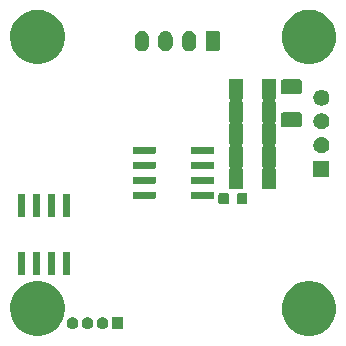
<source format=gbr>
%TF.GenerationSoftware,KiCad,Pcbnew,(5.1.6)-1*%
%TF.CreationDate,2023-12-18T11:35:21+08:00*%
%TF.ProjectId,stepper_motor,73746570-7065-4725-9f6d-6f746f722e6b,1*%
%TF.SameCoordinates,PX6979f40PYa1135a0*%
%TF.FileFunction,Soldermask,Bot*%
%TF.FilePolarity,Negative*%
%FSLAX46Y46*%
G04 Gerber Fmt 4.6, Leading zero omitted, Abs format (unit mm)*
G04 Created by KiCad (PCBNEW (5.1.6)-1) date 2023-12-18 11:35:21*
%MOMM*%
%LPD*%
G01*
G04 APERTURE LIST*
%ADD10C,0.350000*%
G04 APERTURE END LIST*
D10*
G36*
X3022767Y4741075D02*
G01*
X3170885Y4711613D01*
X3589459Y4538234D01*
X3966165Y4286527D01*
X4286527Y3966165D01*
X4538234Y3589459D01*
X4538235Y3589457D01*
X4711613Y3170884D01*
X4800000Y2726532D01*
X4800000Y2273468D01*
X4768553Y2115372D01*
X4711613Y1829115D01*
X4538234Y1410541D01*
X4286527Y1033835D01*
X3966165Y713473D01*
X3589459Y461766D01*
X3170885Y288387D01*
X3081086Y270525D01*
X2726532Y200000D01*
X2273468Y200000D01*
X1918914Y270525D01*
X1829115Y288387D01*
X1410541Y461766D01*
X1033835Y713473D01*
X713473Y1033835D01*
X461766Y1410541D01*
X288387Y1829115D01*
X231447Y2115372D01*
X200000Y2273468D01*
X200000Y2726532D01*
X288387Y3170884D01*
X461765Y3589457D01*
X461766Y3589459D01*
X713473Y3966165D01*
X1033835Y4286527D01*
X1410541Y4538234D01*
X1829115Y4711613D01*
X1977233Y4741075D01*
X2273468Y4800000D01*
X2726532Y4800000D01*
X3022767Y4741075D01*
G37*
G36*
X26022767Y4741075D02*
G01*
X26170885Y4711613D01*
X26589459Y4538234D01*
X26966165Y4286527D01*
X27286527Y3966165D01*
X27538234Y3589459D01*
X27538235Y3589457D01*
X27711613Y3170884D01*
X27800000Y2726532D01*
X27800000Y2273468D01*
X27768553Y2115372D01*
X27711613Y1829115D01*
X27538234Y1410541D01*
X27286527Y1033835D01*
X26966165Y713473D01*
X26589459Y461766D01*
X26170885Y288387D01*
X26081086Y270525D01*
X25726532Y200000D01*
X25273468Y200000D01*
X24918914Y270525D01*
X24829115Y288387D01*
X24410541Y461766D01*
X24033835Y713473D01*
X23713473Y1033835D01*
X23461766Y1410541D01*
X23288387Y1829115D01*
X23231447Y2115372D01*
X23200000Y2273468D01*
X23200000Y2726532D01*
X23288387Y3170884D01*
X23461765Y3589457D01*
X23461766Y3589459D01*
X23713473Y3966165D01*
X24033835Y4286527D01*
X24410541Y4538234D01*
X24829115Y4711613D01*
X24977233Y4741075D01*
X25273468Y4800000D01*
X25726532Y4800000D01*
X26022767Y4741075D01*
G37*
G36*
X5606843Y1750786D02*
G01*
X5606846Y1750785D01*
X5606845Y1750785D01*
X5697839Y1713094D01*
X5739063Y1685549D01*
X5779730Y1658376D01*
X5849376Y1588730D01*
X5904095Y1506837D01*
X5941786Y1415843D01*
X5961000Y1319247D01*
X5961000Y1220753D01*
X5941786Y1124157D01*
X5941785Y1124155D01*
X5904094Y1033161D01*
X5849375Y951269D01*
X5779731Y881625D01*
X5697839Y826906D01*
X5697838Y826905D01*
X5697837Y826905D01*
X5606843Y789214D01*
X5510247Y770000D01*
X5411753Y770000D01*
X5315157Y789214D01*
X5224163Y826905D01*
X5224162Y826905D01*
X5224161Y826906D01*
X5142269Y881625D01*
X5072625Y951269D01*
X5017906Y1033161D01*
X4980215Y1124155D01*
X4980214Y1124157D01*
X4961000Y1220753D01*
X4961000Y1319247D01*
X4980214Y1415843D01*
X5017905Y1506837D01*
X5072624Y1588730D01*
X5142270Y1658376D01*
X5182937Y1685549D01*
X5224161Y1713094D01*
X5315155Y1750785D01*
X5315154Y1750785D01*
X5315157Y1750786D01*
X5411753Y1770000D01*
X5510247Y1770000D01*
X5606843Y1750786D01*
G37*
G36*
X8146843Y1750786D02*
G01*
X8146846Y1750785D01*
X8146845Y1750785D01*
X8237839Y1713094D01*
X8279063Y1685549D01*
X8319730Y1658376D01*
X8389376Y1588730D01*
X8444095Y1506837D01*
X8481786Y1415843D01*
X8501000Y1319247D01*
X8501000Y1220753D01*
X8481786Y1124157D01*
X8481785Y1124155D01*
X8444094Y1033161D01*
X8389375Y951269D01*
X8319731Y881625D01*
X8237839Y826906D01*
X8237838Y826905D01*
X8237837Y826905D01*
X8146843Y789214D01*
X8050247Y770000D01*
X7951753Y770000D01*
X7855157Y789214D01*
X7764163Y826905D01*
X7764162Y826905D01*
X7764161Y826906D01*
X7682269Y881625D01*
X7612625Y951269D01*
X7557906Y1033161D01*
X7520215Y1124155D01*
X7520214Y1124157D01*
X7501000Y1220753D01*
X7501000Y1319247D01*
X7520214Y1415843D01*
X7557905Y1506837D01*
X7612624Y1588730D01*
X7682270Y1658376D01*
X7722937Y1685549D01*
X7764161Y1713094D01*
X7855155Y1750785D01*
X7855154Y1750785D01*
X7855157Y1750786D01*
X7951753Y1770000D01*
X8050247Y1770000D01*
X8146843Y1750786D01*
G37*
G36*
X9771000Y770000D02*
G01*
X8771000Y770000D01*
X8771000Y1770000D01*
X9771000Y1770000D01*
X9771000Y770000D01*
G37*
G36*
X6876843Y1750786D02*
G01*
X6876846Y1750785D01*
X6876845Y1750785D01*
X6967839Y1713094D01*
X7009063Y1685549D01*
X7049730Y1658376D01*
X7119376Y1588730D01*
X7174095Y1506837D01*
X7211786Y1415843D01*
X7231000Y1319247D01*
X7231000Y1220753D01*
X7211786Y1124157D01*
X7211785Y1124155D01*
X7174094Y1033161D01*
X7119375Y951269D01*
X7049731Y881625D01*
X6967839Y826906D01*
X6967838Y826905D01*
X6967837Y826905D01*
X6876843Y789214D01*
X6780247Y770000D01*
X6681753Y770000D01*
X6585157Y789214D01*
X6494163Y826905D01*
X6494162Y826905D01*
X6494161Y826906D01*
X6412269Y881625D01*
X6342625Y951269D01*
X6287906Y1033161D01*
X6250215Y1124155D01*
X6250214Y1124157D01*
X6231000Y1220753D01*
X6231000Y1319247D01*
X6250214Y1415843D01*
X6287905Y1506837D01*
X6342624Y1588730D01*
X6412270Y1658376D01*
X6452937Y1685549D01*
X6494161Y1713094D01*
X6585155Y1750785D01*
X6585154Y1750785D01*
X6585157Y1750786D01*
X6681753Y1770000D01*
X6780247Y1770000D01*
X6876843Y1750786D01*
G37*
G36*
X5182453Y7260726D02*
G01*
X5198753Y7255781D01*
X5213775Y7247751D01*
X5226944Y7236944D01*
X5237751Y7223775D01*
X5245781Y7208753D01*
X5250726Y7192453D01*
X5253000Y7169360D01*
X5253000Y5406640D01*
X5250726Y5383547D01*
X5245781Y5367247D01*
X5237751Y5352225D01*
X5226944Y5339056D01*
X5213775Y5328249D01*
X5198753Y5320219D01*
X5182453Y5315274D01*
X5159360Y5313000D01*
X4746640Y5313000D01*
X4723547Y5315274D01*
X4707247Y5320219D01*
X4692225Y5328249D01*
X4679056Y5339056D01*
X4668249Y5352225D01*
X4660219Y5367247D01*
X4655274Y5383547D01*
X4653000Y5406640D01*
X4653000Y7169360D01*
X4655274Y7192453D01*
X4660219Y7208753D01*
X4668249Y7223775D01*
X4679056Y7236944D01*
X4692225Y7247751D01*
X4707247Y7255781D01*
X4723547Y7260726D01*
X4746640Y7263000D01*
X5159360Y7263000D01*
X5182453Y7260726D01*
G37*
G36*
X3912453Y7260726D02*
G01*
X3928753Y7255781D01*
X3943775Y7247751D01*
X3956944Y7236944D01*
X3967751Y7223775D01*
X3975781Y7208753D01*
X3980726Y7192453D01*
X3983000Y7169360D01*
X3983000Y5406640D01*
X3980726Y5383547D01*
X3975781Y5367247D01*
X3967751Y5352225D01*
X3956944Y5339056D01*
X3943775Y5328249D01*
X3928753Y5320219D01*
X3912453Y5315274D01*
X3889360Y5313000D01*
X3476640Y5313000D01*
X3453547Y5315274D01*
X3437247Y5320219D01*
X3422225Y5328249D01*
X3409056Y5339056D01*
X3398249Y5352225D01*
X3390219Y5367247D01*
X3385274Y5383547D01*
X3383000Y5406640D01*
X3383000Y7169360D01*
X3385274Y7192453D01*
X3390219Y7208753D01*
X3398249Y7223775D01*
X3409056Y7236944D01*
X3422225Y7247751D01*
X3437247Y7255781D01*
X3453547Y7260726D01*
X3476640Y7263000D01*
X3889360Y7263000D01*
X3912453Y7260726D01*
G37*
G36*
X1372453Y7260726D02*
G01*
X1388753Y7255781D01*
X1403775Y7247751D01*
X1416944Y7236944D01*
X1427751Y7223775D01*
X1435781Y7208753D01*
X1440726Y7192453D01*
X1443000Y7169360D01*
X1443000Y5406640D01*
X1440726Y5383547D01*
X1435781Y5367247D01*
X1427751Y5352225D01*
X1416944Y5339056D01*
X1403775Y5328249D01*
X1388753Y5320219D01*
X1372453Y5315274D01*
X1349360Y5313000D01*
X936640Y5313000D01*
X913547Y5315274D01*
X897247Y5320219D01*
X882225Y5328249D01*
X869056Y5339056D01*
X858249Y5352225D01*
X850219Y5367247D01*
X845274Y5383547D01*
X843000Y5406640D01*
X843000Y7169360D01*
X845274Y7192453D01*
X850219Y7208753D01*
X858249Y7223775D01*
X869056Y7236944D01*
X882225Y7247751D01*
X897247Y7255781D01*
X913547Y7260726D01*
X936640Y7263000D01*
X1349360Y7263000D01*
X1372453Y7260726D01*
G37*
G36*
X2642453Y7260726D02*
G01*
X2658753Y7255781D01*
X2673775Y7247751D01*
X2686944Y7236944D01*
X2697751Y7223775D01*
X2705781Y7208753D01*
X2710726Y7192453D01*
X2713000Y7169360D01*
X2713000Y5406640D01*
X2710726Y5383547D01*
X2705781Y5367247D01*
X2697751Y5352225D01*
X2686944Y5339056D01*
X2673775Y5328249D01*
X2658753Y5320219D01*
X2642453Y5315274D01*
X2619360Y5313000D01*
X2206640Y5313000D01*
X2183547Y5315274D01*
X2167247Y5320219D01*
X2152225Y5328249D01*
X2139056Y5339056D01*
X2128249Y5352225D01*
X2120219Y5367247D01*
X2115274Y5383547D01*
X2113000Y5406640D01*
X2113000Y7169360D01*
X2115274Y7192453D01*
X2120219Y7208753D01*
X2128249Y7223775D01*
X2139056Y7236944D01*
X2152225Y7247751D01*
X2167247Y7255781D01*
X2183547Y7260726D01*
X2206640Y7263000D01*
X2619360Y7263000D01*
X2642453Y7260726D01*
G37*
G36*
X2642453Y12210726D02*
G01*
X2658753Y12205781D01*
X2673775Y12197751D01*
X2686944Y12186944D01*
X2697751Y12173775D01*
X2705781Y12158753D01*
X2710726Y12142453D01*
X2713000Y12119360D01*
X2713000Y10356640D01*
X2710726Y10333547D01*
X2705781Y10317247D01*
X2697751Y10302225D01*
X2686944Y10289056D01*
X2673775Y10278249D01*
X2658753Y10270219D01*
X2642453Y10265274D01*
X2619360Y10263000D01*
X2206640Y10263000D01*
X2183547Y10265274D01*
X2167247Y10270219D01*
X2152225Y10278249D01*
X2139056Y10289056D01*
X2128249Y10302225D01*
X2120219Y10317247D01*
X2115274Y10333547D01*
X2113000Y10356640D01*
X2113000Y12119360D01*
X2115274Y12142453D01*
X2120219Y12158753D01*
X2128249Y12173775D01*
X2139056Y12186944D01*
X2152225Y12197751D01*
X2167247Y12205781D01*
X2183547Y12210726D01*
X2206640Y12213000D01*
X2619360Y12213000D01*
X2642453Y12210726D01*
G37*
G36*
X3912453Y12210726D02*
G01*
X3928753Y12205781D01*
X3943775Y12197751D01*
X3956944Y12186944D01*
X3967751Y12173775D01*
X3975781Y12158753D01*
X3980726Y12142453D01*
X3983000Y12119360D01*
X3983000Y10356640D01*
X3980726Y10333547D01*
X3975781Y10317247D01*
X3967751Y10302225D01*
X3956944Y10289056D01*
X3943775Y10278249D01*
X3928753Y10270219D01*
X3912453Y10265274D01*
X3889360Y10263000D01*
X3476640Y10263000D01*
X3453547Y10265274D01*
X3437247Y10270219D01*
X3422225Y10278249D01*
X3409056Y10289056D01*
X3398249Y10302225D01*
X3390219Y10317247D01*
X3385274Y10333547D01*
X3383000Y10356640D01*
X3383000Y12119360D01*
X3385274Y12142453D01*
X3390219Y12158753D01*
X3398249Y12173775D01*
X3409056Y12186944D01*
X3422225Y12197751D01*
X3437247Y12205781D01*
X3453547Y12210726D01*
X3476640Y12213000D01*
X3889360Y12213000D01*
X3912453Y12210726D01*
G37*
G36*
X5182453Y12210726D02*
G01*
X5198753Y12205781D01*
X5213775Y12197751D01*
X5226944Y12186944D01*
X5237751Y12173775D01*
X5245781Y12158753D01*
X5250726Y12142453D01*
X5253000Y12119360D01*
X5253000Y10356640D01*
X5250726Y10333547D01*
X5245781Y10317247D01*
X5237751Y10302225D01*
X5226944Y10289056D01*
X5213775Y10278249D01*
X5198753Y10270219D01*
X5182453Y10265274D01*
X5159360Y10263000D01*
X4746640Y10263000D01*
X4723547Y10265274D01*
X4707247Y10270219D01*
X4692225Y10278249D01*
X4679056Y10289056D01*
X4668249Y10302225D01*
X4660219Y10317247D01*
X4655274Y10333547D01*
X4653000Y10356640D01*
X4653000Y12119360D01*
X4655274Y12142453D01*
X4660219Y12158753D01*
X4668249Y12173775D01*
X4679056Y12186944D01*
X4692225Y12197751D01*
X4707247Y12205781D01*
X4723547Y12210726D01*
X4746640Y12213000D01*
X5159360Y12213000D01*
X5182453Y12210726D01*
G37*
G36*
X1372453Y12210726D02*
G01*
X1388753Y12205781D01*
X1403775Y12197751D01*
X1416944Y12186944D01*
X1427751Y12173775D01*
X1435781Y12158753D01*
X1440726Y12142453D01*
X1443000Y12119360D01*
X1443000Y10356640D01*
X1440726Y10333547D01*
X1435781Y10317247D01*
X1427751Y10302225D01*
X1416944Y10289056D01*
X1403775Y10278249D01*
X1388753Y10270219D01*
X1372453Y10265274D01*
X1349360Y10263000D01*
X936640Y10263000D01*
X913547Y10265274D01*
X897247Y10270219D01*
X882225Y10278249D01*
X869056Y10289056D01*
X858249Y10302225D01*
X850219Y10317247D01*
X845274Y10333547D01*
X843000Y10356640D01*
X843000Y12119360D01*
X845274Y12142453D01*
X850219Y12158753D01*
X858249Y12173775D01*
X869056Y12186944D01*
X882225Y12197751D01*
X897247Y12205781D01*
X913547Y12210726D01*
X936640Y12213000D01*
X1349360Y12213000D01*
X1372453Y12210726D01*
G37*
G36*
X18574116Y12282405D02*
G01*
X18603311Y12273548D01*
X18630223Y12259163D01*
X18653808Y12239808D01*
X18673163Y12216223D01*
X18687548Y12189311D01*
X18696405Y12160116D01*
X18700000Y12123610D01*
X18700000Y11498390D01*
X18696405Y11461884D01*
X18687548Y11432689D01*
X18673163Y11405777D01*
X18653808Y11382192D01*
X18630223Y11362837D01*
X18603311Y11348452D01*
X18574116Y11339595D01*
X18537610Y11336000D01*
X17987390Y11336000D01*
X17950884Y11339595D01*
X17921689Y11348452D01*
X17894777Y11362837D01*
X17871192Y11382192D01*
X17851837Y11405777D01*
X17837452Y11432689D01*
X17828595Y11461884D01*
X17825000Y11498390D01*
X17825000Y12123610D01*
X17828595Y12160116D01*
X17837452Y12189311D01*
X17851837Y12216223D01*
X17871192Y12239808D01*
X17894777Y12259163D01*
X17921689Y12273548D01*
X17950884Y12282405D01*
X17987390Y12286000D01*
X18537610Y12286000D01*
X18574116Y12282405D01*
G37*
G36*
X20149116Y12282405D02*
G01*
X20178311Y12273548D01*
X20205223Y12259163D01*
X20228808Y12239808D01*
X20248163Y12216223D01*
X20262548Y12189311D01*
X20271405Y12160116D01*
X20275000Y12123610D01*
X20275000Y11498390D01*
X20271405Y11461884D01*
X20262548Y11432689D01*
X20248163Y11405777D01*
X20228808Y11382192D01*
X20205223Y11362837D01*
X20178311Y11348452D01*
X20149116Y11339595D01*
X20112610Y11336000D01*
X19562390Y11336000D01*
X19525884Y11339595D01*
X19496689Y11348452D01*
X19469777Y11362837D01*
X19446192Y11382192D01*
X19426837Y11405777D01*
X19412452Y11432689D01*
X19403595Y11461884D01*
X19400000Y11498390D01*
X19400000Y12123610D01*
X19403595Y12160116D01*
X19412452Y12189311D01*
X19426837Y12216223D01*
X19446192Y12239808D01*
X19469777Y12259163D01*
X19496689Y12273548D01*
X19525884Y12282405D01*
X19562390Y12286000D01*
X20112610Y12286000D01*
X20149116Y12282405D01*
G37*
G36*
X17379453Y12392726D02*
G01*
X17395753Y12387781D01*
X17410775Y12379751D01*
X17423944Y12368944D01*
X17434751Y12355775D01*
X17442781Y12340753D01*
X17447726Y12324453D01*
X17450000Y12301360D01*
X17450000Y11888640D01*
X17447726Y11865547D01*
X17442781Y11849247D01*
X17434751Y11834225D01*
X17423944Y11821056D01*
X17410775Y11810249D01*
X17395753Y11802219D01*
X17379453Y11797274D01*
X17356360Y11795000D01*
X15593640Y11795000D01*
X15570547Y11797274D01*
X15554247Y11802219D01*
X15539225Y11810249D01*
X15526056Y11821056D01*
X15515249Y11834225D01*
X15507219Y11849247D01*
X15502274Y11865547D01*
X15500000Y11888640D01*
X15500000Y12301360D01*
X15502274Y12324453D01*
X15507219Y12340753D01*
X15515249Y12355775D01*
X15526056Y12368944D01*
X15539225Y12379751D01*
X15554247Y12387781D01*
X15570547Y12392726D01*
X15593640Y12395000D01*
X17356360Y12395000D01*
X17379453Y12392726D01*
G37*
G36*
X12429453Y12392726D02*
G01*
X12445753Y12387781D01*
X12460775Y12379751D01*
X12473944Y12368944D01*
X12484751Y12355775D01*
X12492781Y12340753D01*
X12497726Y12324453D01*
X12500000Y12301360D01*
X12500000Y11888640D01*
X12497726Y11865547D01*
X12492781Y11849247D01*
X12484751Y11834225D01*
X12473944Y11821056D01*
X12460775Y11810249D01*
X12445753Y11802219D01*
X12429453Y11797274D01*
X12406360Y11795000D01*
X10643640Y11795000D01*
X10620547Y11797274D01*
X10604247Y11802219D01*
X10589225Y11810249D01*
X10576056Y11821056D01*
X10565249Y11834225D01*
X10557219Y11849247D01*
X10552274Y11865547D01*
X10550000Y11888640D01*
X10550000Y12301360D01*
X10552274Y12324453D01*
X10557219Y12340753D01*
X10565249Y12355775D01*
X10576056Y12368944D01*
X10589225Y12379751D01*
X10604247Y12387781D01*
X10620547Y12392726D01*
X10643640Y12395000D01*
X12406360Y12395000D01*
X12429453Y12392726D01*
G37*
G36*
X19785024Y21953045D02*
G01*
X19817738Y21943121D01*
X19847885Y21927007D01*
X19874315Y21905315D01*
X19896007Y21878885D01*
X19912121Y21848738D01*
X19922045Y21816024D01*
X19926000Y21775862D01*
X19926000Y20388138D01*
X19922045Y20347976D01*
X19912121Y20315262D01*
X19896007Y20285115D01*
X19874315Y20258685D01*
X19843386Y20233301D01*
X19832648Y20226126D01*
X19815321Y20208800D01*
X19801707Y20188425D01*
X19792330Y20165787D01*
X19787549Y20141753D01*
X19787549Y20117249D01*
X19792329Y20093216D01*
X19801706Y20070577D01*
X19815320Y20050202D01*
X19832646Y20032875D01*
X19843387Y20025698D01*
X19874315Y20000315D01*
X19896007Y19973885D01*
X19912121Y19943738D01*
X19922045Y19911024D01*
X19926000Y19870862D01*
X19926000Y18483138D01*
X19922045Y18442976D01*
X19912121Y18410262D01*
X19896007Y18380115D01*
X19874315Y18353685D01*
X19843386Y18328301D01*
X19832648Y18321126D01*
X19815321Y18303800D01*
X19801707Y18283425D01*
X19792330Y18260787D01*
X19787549Y18236753D01*
X19787549Y18212249D01*
X19792329Y18188216D01*
X19801706Y18165577D01*
X19815320Y18145202D01*
X19832646Y18127875D01*
X19843387Y18120698D01*
X19874315Y18095315D01*
X19896007Y18068885D01*
X19912121Y18038738D01*
X19922045Y18006024D01*
X19926000Y17965862D01*
X19926000Y16578138D01*
X19922045Y16537976D01*
X19912121Y16505262D01*
X19896007Y16475115D01*
X19874315Y16448685D01*
X19843386Y16423301D01*
X19832648Y16416126D01*
X19815321Y16398800D01*
X19801707Y16378425D01*
X19792330Y16355787D01*
X19787549Y16331753D01*
X19787549Y16307249D01*
X19792329Y16283216D01*
X19801706Y16260577D01*
X19815320Y16240202D01*
X19832646Y16222875D01*
X19843387Y16215698D01*
X19874315Y16190315D01*
X19896007Y16163885D01*
X19912121Y16133738D01*
X19922045Y16101024D01*
X19926000Y16060862D01*
X19926000Y14673138D01*
X19922045Y14632976D01*
X19912121Y14600262D01*
X19896007Y14570115D01*
X19874315Y14543685D01*
X19843386Y14518301D01*
X19832648Y14511126D01*
X19815321Y14493800D01*
X19801707Y14473425D01*
X19792330Y14450787D01*
X19787549Y14426753D01*
X19787549Y14402249D01*
X19792329Y14378216D01*
X19801706Y14355577D01*
X19815320Y14335202D01*
X19832646Y14317875D01*
X19843387Y14310698D01*
X19874315Y14285315D01*
X19896007Y14258885D01*
X19912121Y14228738D01*
X19922045Y14196024D01*
X19926000Y14155862D01*
X19926000Y12768138D01*
X19922045Y12727976D01*
X19912121Y12695262D01*
X19896007Y12665115D01*
X19874315Y12638685D01*
X19847885Y12616993D01*
X19817738Y12600879D01*
X19785024Y12590955D01*
X19744862Y12587000D01*
X18857138Y12587000D01*
X18816976Y12590955D01*
X18784262Y12600879D01*
X18754115Y12616993D01*
X18727685Y12638685D01*
X18705993Y12665115D01*
X18689879Y12695262D01*
X18679955Y12727976D01*
X18676000Y12768138D01*
X18676000Y14155862D01*
X18679955Y14196024D01*
X18689879Y14228738D01*
X18705993Y14258885D01*
X18727685Y14285315D01*
X18758614Y14310699D01*
X18769352Y14317874D01*
X18786679Y14335200D01*
X18800293Y14355575D01*
X18809670Y14378213D01*
X18814451Y14402247D01*
X18814451Y14426751D01*
X18809671Y14450784D01*
X18800294Y14473423D01*
X18786680Y14493798D01*
X18769354Y14511125D01*
X18758613Y14518302D01*
X18727685Y14543685D01*
X18705993Y14570115D01*
X18689879Y14600262D01*
X18679955Y14632976D01*
X18676000Y14673138D01*
X18676000Y16060862D01*
X18679955Y16101024D01*
X18689879Y16133738D01*
X18705993Y16163885D01*
X18727685Y16190315D01*
X18758614Y16215699D01*
X18769352Y16222874D01*
X18786679Y16240200D01*
X18800293Y16260575D01*
X18809670Y16283213D01*
X18814451Y16307247D01*
X18814451Y16331751D01*
X18809671Y16355784D01*
X18800294Y16378423D01*
X18786680Y16398798D01*
X18769354Y16416125D01*
X18758613Y16423302D01*
X18727685Y16448685D01*
X18705993Y16475115D01*
X18689879Y16505262D01*
X18679955Y16537976D01*
X18676000Y16578138D01*
X18676000Y17965862D01*
X18679955Y18006024D01*
X18689879Y18038738D01*
X18705993Y18068885D01*
X18727685Y18095315D01*
X18758614Y18120699D01*
X18769352Y18127874D01*
X18786679Y18145200D01*
X18800293Y18165575D01*
X18809670Y18188213D01*
X18814451Y18212247D01*
X18814451Y18236751D01*
X18809671Y18260784D01*
X18800294Y18283423D01*
X18786680Y18303798D01*
X18769354Y18321125D01*
X18758613Y18328302D01*
X18727685Y18353685D01*
X18705993Y18380115D01*
X18689879Y18410262D01*
X18679955Y18442976D01*
X18676000Y18483138D01*
X18676000Y19870862D01*
X18679955Y19911024D01*
X18689879Y19943738D01*
X18705993Y19973885D01*
X18727685Y20000315D01*
X18758614Y20025699D01*
X18769352Y20032874D01*
X18786679Y20050200D01*
X18800293Y20070575D01*
X18809670Y20093213D01*
X18814451Y20117247D01*
X18814451Y20141751D01*
X18809671Y20165784D01*
X18800294Y20188423D01*
X18786680Y20208798D01*
X18769354Y20226125D01*
X18758613Y20233302D01*
X18727685Y20258685D01*
X18705993Y20285115D01*
X18689879Y20315262D01*
X18679955Y20347976D01*
X18676000Y20388138D01*
X18676000Y21775862D01*
X18679955Y21816024D01*
X18689879Y21848738D01*
X18705993Y21878885D01*
X18727685Y21905315D01*
X18754115Y21927007D01*
X18784262Y21943121D01*
X18816976Y21953045D01*
X18857138Y21957000D01*
X19744862Y21957000D01*
X19785024Y21953045D01*
G37*
G36*
X22585024Y21953045D02*
G01*
X22617738Y21943121D01*
X22647885Y21927007D01*
X22674315Y21905315D01*
X22696007Y21878885D01*
X22712121Y21848738D01*
X22722045Y21816024D01*
X22726000Y21775862D01*
X22726000Y20388138D01*
X22722045Y20347976D01*
X22712121Y20315262D01*
X22696007Y20285115D01*
X22674315Y20258685D01*
X22643386Y20233301D01*
X22632648Y20226126D01*
X22615321Y20208800D01*
X22601707Y20188425D01*
X22592330Y20165787D01*
X22587549Y20141753D01*
X22587549Y20117249D01*
X22592329Y20093216D01*
X22601706Y20070577D01*
X22615320Y20050202D01*
X22632646Y20032875D01*
X22643387Y20025698D01*
X22674315Y20000315D01*
X22696007Y19973885D01*
X22712121Y19943738D01*
X22722045Y19911024D01*
X22726000Y19870862D01*
X22726000Y18483138D01*
X22722045Y18442976D01*
X22712121Y18410262D01*
X22696007Y18380115D01*
X22674315Y18353685D01*
X22643386Y18328301D01*
X22632648Y18321126D01*
X22615321Y18303800D01*
X22601707Y18283425D01*
X22592330Y18260787D01*
X22587549Y18236753D01*
X22587549Y18212249D01*
X22592329Y18188216D01*
X22601706Y18165577D01*
X22615320Y18145202D01*
X22632646Y18127875D01*
X22643387Y18120698D01*
X22674315Y18095315D01*
X22696007Y18068885D01*
X22712121Y18038738D01*
X22722045Y18006024D01*
X22726000Y17965862D01*
X22726000Y16578138D01*
X22722045Y16537976D01*
X22712121Y16505262D01*
X22696007Y16475115D01*
X22674315Y16448685D01*
X22643386Y16423301D01*
X22632648Y16416126D01*
X22615321Y16398800D01*
X22601707Y16378425D01*
X22592330Y16355787D01*
X22587549Y16331753D01*
X22587549Y16307249D01*
X22592329Y16283216D01*
X22601706Y16260577D01*
X22615320Y16240202D01*
X22632646Y16222875D01*
X22643387Y16215698D01*
X22674315Y16190315D01*
X22696007Y16163885D01*
X22712121Y16133738D01*
X22722045Y16101024D01*
X22726000Y16060862D01*
X22726000Y14673138D01*
X22722045Y14632976D01*
X22712121Y14600262D01*
X22696007Y14570115D01*
X22674315Y14543685D01*
X22643386Y14518301D01*
X22632648Y14511126D01*
X22615321Y14493800D01*
X22601707Y14473425D01*
X22592330Y14450787D01*
X22587549Y14426753D01*
X22587549Y14402249D01*
X22592329Y14378216D01*
X22601706Y14355577D01*
X22615320Y14335202D01*
X22632646Y14317875D01*
X22643387Y14310698D01*
X22674315Y14285315D01*
X22696007Y14258885D01*
X22712121Y14228738D01*
X22722045Y14196024D01*
X22726000Y14155862D01*
X22726000Y12768138D01*
X22722045Y12727976D01*
X22712121Y12695262D01*
X22696007Y12665115D01*
X22674315Y12638685D01*
X22647885Y12616993D01*
X22617738Y12600879D01*
X22585024Y12590955D01*
X22544862Y12587000D01*
X21657138Y12587000D01*
X21616976Y12590955D01*
X21584262Y12600879D01*
X21554115Y12616993D01*
X21527685Y12638685D01*
X21505993Y12665115D01*
X21489879Y12695262D01*
X21479955Y12727976D01*
X21476000Y12768138D01*
X21476000Y14155862D01*
X21479955Y14196024D01*
X21489879Y14228738D01*
X21505993Y14258885D01*
X21527685Y14285315D01*
X21558614Y14310699D01*
X21569352Y14317874D01*
X21586679Y14335200D01*
X21600293Y14355575D01*
X21609670Y14378213D01*
X21614451Y14402247D01*
X21614451Y14426751D01*
X21609671Y14450784D01*
X21600294Y14473423D01*
X21586680Y14493798D01*
X21569354Y14511125D01*
X21558613Y14518302D01*
X21527685Y14543685D01*
X21505993Y14570115D01*
X21489879Y14600262D01*
X21479955Y14632976D01*
X21476000Y14673138D01*
X21476000Y16060862D01*
X21479955Y16101024D01*
X21489879Y16133738D01*
X21505993Y16163885D01*
X21527685Y16190315D01*
X21558614Y16215699D01*
X21569352Y16222874D01*
X21586679Y16240200D01*
X21600293Y16260575D01*
X21609670Y16283213D01*
X21614451Y16307247D01*
X21614451Y16331751D01*
X21609671Y16355784D01*
X21600294Y16378423D01*
X21586680Y16398798D01*
X21569354Y16416125D01*
X21558613Y16423302D01*
X21527685Y16448685D01*
X21505993Y16475115D01*
X21489879Y16505262D01*
X21479955Y16537976D01*
X21476000Y16578138D01*
X21476000Y17965862D01*
X21479955Y18006024D01*
X21489879Y18038738D01*
X21505993Y18068885D01*
X21527685Y18095315D01*
X21558614Y18120699D01*
X21569352Y18127874D01*
X21586679Y18145200D01*
X21600293Y18165575D01*
X21609670Y18188213D01*
X21614451Y18212247D01*
X21614451Y18236751D01*
X21609671Y18260784D01*
X21600294Y18283423D01*
X21586680Y18303798D01*
X21569354Y18321125D01*
X21558613Y18328302D01*
X21527685Y18353685D01*
X21505993Y18380115D01*
X21489879Y18410262D01*
X21479955Y18442976D01*
X21476000Y18483138D01*
X21476000Y19870862D01*
X21479955Y19911024D01*
X21489879Y19943738D01*
X21505993Y19973885D01*
X21527685Y20000315D01*
X21558614Y20025699D01*
X21569352Y20032874D01*
X21586679Y20050200D01*
X21600293Y20070575D01*
X21609670Y20093213D01*
X21614451Y20117247D01*
X21614451Y20141751D01*
X21609671Y20165784D01*
X21600294Y20188423D01*
X21586680Y20208798D01*
X21569354Y20226125D01*
X21558613Y20233302D01*
X21527685Y20258685D01*
X21505993Y20285115D01*
X21489879Y20315262D01*
X21479955Y20347976D01*
X21476000Y20388138D01*
X21476000Y21775862D01*
X21479955Y21816024D01*
X21489879Y21848738D01*
X21505993Y21878885D01*
X21527685Y21905315D01*
X21554115Y21927007D01*
X21584262Y21943121D01*
X21616976Y21953045D01*
X21657138Y21957000D01*
X22544862Y21957000D01*
X22585024Y21953045D01*
G37*
G36*
X17379453Y13662726D02*
G01*
X17395753Y13657781D01*
X17410775Y13649751D01*
X17423944Y13638944D01*
X17434751Y13625775D01*
X17442781Y13610753D01*
X17447726Y13594453D01*
X17450000Y13571360D01*
X17450000Y13158640D01*
X17447726Y13135547D01*
X17442781Y13119247D01*
X17434751Y13104225D01*
X17423944Y13091056D01*
X17410775Y13080249D01*
X17395753Y13072219D01*
X17379453Y13067274D01*
X17356360Y13065000D01*
X15593640Y13065000D01*
X15570547Y13067274D01*
X15554247Y13072219D01*
X15539225Y13080249D01*
X15526056Y13091056D01*
X15515249Y13104225D01*
X15507219Y13119247D01*
X15502274Y13135547D01*
X15500000Y13158640D01*
X15500000Y13571360D01*
X15502274Y13594453D01*
X15507219Y13610753D01*
X15515249Y13625775D01*
X15526056Y13638944D01*
X15539225Y13649751D01*
X15554247Y13657781D01*
X15570547Y13662726D01*
X15593640Y13665000D01*
X17356360Y13665000D01*
X17379453Y13662726D01*
G37*
G36*
X12429453Y13662726D02*
G01*
X12445753Y13657781D01*
X12460775Y13649751D01*
X12473944Y13638944D01*
X12484751Y13625775D01*
X12492781Y13610753D01*
X12497726Y13594453D01*
X12500000Y13571360D01*
X12500000Y13158640D01*
X12497726Y13135547D01*
X12492781Y13119247D01*
X12484751Y13104225D01*
X12473944Y13091056D01*
X12460775Y13080249D01*
X12445753Y13072219D01*
X12429453Y13067274D01*
X12406360Y13065000D01*
X10643640Y13065000D01*
X10620547Y13067274D01*
X10604247Y13072219D01*
X10589225Y13080249D01*
X10576056Y13091056D01*
X10565249Y13104225D01*
X10557219Y13119247D01*
X10552274Y13135547D01*
X10550000Y13158640D01*
X10550000Y13571360D01*
X10552274Y13594453D01*
X10557219Y13610753D01*
X10565249Y13625775D01*
X10576056Y13638944D01*
X10589225Y13649751D01*
X10604247Y13657781D01*
X10620547Y13662726D01*
X10643640Y13665000D01*
X12406360Y13665000D01*
X12429453Y13662726D01*
G37*
G36*
X27218000Y13676000D02*
G01*
X25868000Y13676000D01*
X25868000Y15026000D01*
X27218000Y15026000D01*
X27218000Y13676000D01*
G37*
G36*
X17379453Y14932726D02*
G01*
X17395753Y14927781D01*
X17410775Y14919751D01*
X17423944Y14908944D01*
X17434751Y14895775D01*
X17442781Y14880753D01*
X17447726Y14864453D01*
X17450000Y14841360D01*
X17450000Y14428640D01*
X17447726Y14405547D01*
X17442781Y14389247D01*
X17434751Y14374225D01*
X17423944Y14361056D01*
X17410775Y14350249D01*
X17395753Y14342219D01*
X17379453Y14337274D01*
X17356360Y14335000D01*
X15593640Y14335000D01*
X15570547Y14337274D01*
X15554247Y14342219D01*
X15539225Y14350249D01*
X15526056Y14361056D01*
X15515249Y14374225D01*
X15507219Y14389247D01*
X15502274Y14405547D01*
X15500000Y14428640D01*
X15500000Y14841360D01*
X15502274Y14864453D01*
X15507219Y14880753D01*
X15515249Y14895775D01*
X15526056Y14908944D01*
X15539225Y14919751D01*
X15554247Y14927781D01*
X15570547Y14932726D01*
X15593640Y14935000D01*
X17356360Y14935000D01*
X17379453Y14932726D01*
G37*
G36*
X12429453Y14932726D02*
G01*
X12445753Y14927781D01*
X12460775Y14919751D01*
X12473944Y14908944D01*
X12484751Y14895775D01*
X12492781Y14880753D01*
X12497726Y14864453D01*
X12500000Y14841360D01*
X12500000Y14428640D01*
X12497726Y14405547D01*
X12492781Y14389247D01*
X12484751Y14374225D01*
X12473944Y14361056D01*
X12460775Y14350249D01*
X12445753Y14342219D01*
X12429453Y14337274D01*
X12406360Y14335000D01*
X10643640Y14335000D01*
X10620547Y14337274D01*
X10604247Y14342219D01*
X10589225Y14350249D01*
X10576056Y14361056D01*
X10565249Y14374225D01*
X10557219Y14389247D01*
X10552274Y14405547D01*
X10550000Y14428640D01*
X10550000Y14841360D01*
X10552274Y14864453D01*
X10557219Y14880753D01*
X10565249Y14895775D01*
X10576056Y14908944D01*
X10589225Y14919751D01*
X10604247Y14927781D01*
X10620547Y14932726D01*
X10643640Y14935000D01*
X12406360Y14935000D01*
X12429453Y14932726D01*
G37*
G36*
X12429453Y16202726D02*
G01*
X12445753Y16197781D01*
X12460775Y16189751D01*
X12473944Y16178944D01*
X12484751Y16165775D01*
X12492781Y16150753D01*
X12497726Y16134453D01*
X12500000Y16111360D01*
X12500000Y15698640D01*
X12497726Y15675547D01*
X12492781Y15659247D01*
X12484751Y15644225D01*
X12473944Y15631056D01*
X12460775Y15620249D01*
X12445753Y15612219D01*
X12429453Y15607274D01*
X12406360Y15605000D01*
X10643640Y15605000D01*
X10620547Y15607274D01*
X10604247Y15612219D01*
X10589225Y15620249D01*
X10576056Y15631056D01*
X10565249Y15644225D01*
X10557219Y15659247D01*
X10552274Y15675547D01*
X10550000Y15698640D01*
X10550000Y16111360D01*
X10552274Y16134453D01*
X10557219Y16150753D01*
X10565249Y16165775D01*
X10576056Y16178944D01*
X10589225Y16189751D01*
X10604247Y16197781D01*
X10620547Y16202726D01*
X10643640Y16205000D01*
X12406360Y16205000D01*
X12429453Y16202726D01*
G37*
G36*
X17379453Y16202726D02*
G01*
X17395753Y16197781D01*
X17410775Y16189751D01*
X17423944Y16178944D01*
X17434751Y16165775D01*
X17442781Y16150753D01*
X17447726Y16134453D01*
X17450000Y16111360D01*
X17450000Y15698640D01*
X17447726Y15675547D01*
X17442781Y15659247D01*
X17434751Y15644225D01*
X17423944Y15631056D01*
X17410775Y15620249D01*
X17395753Y15612219D01*
X17379453Y15607274D01*
X17356360Y15605000D01*
X15593640Y15605000D01*
X15570547Y15607274D01*
X15554247Y15612219D01*
X15539225Y15620249D01*
X15526056Y15631056D01*
X15515249Y15644225D01*
X15507219Y15659247D01*
X15502274Y15675547D01*
X15500000Y15698640D01*
X15500000Y16111360D01*
X15502274Y16134453D01*
X15507219Y16150753D01*
X15515249Y16165775D01*
X15526056Y16178944D01*
X15539225Y16189751D01*
X15554247Y16197781D01*
X15570547Y16202726D01*
X15593640Y16205000D01*
X17356360Y16205000D01*
X17379453Y16202726D01*
G37*
G36*
X26739889Y17000061D02*
G01*
X26862731Y16949178D01*
X26973287Y16875307D01*
X27067307Y16781287D01*
X27141178Y16670731D01*
X27192061Y16547889D01*
X27218000Y16417483D01*
X27218000Y16284517D01*
X27192061Y16154111D01*
X27141178Y16031269D01*
X27067307Y15920713D01*
X26973287Y15826693D01*
X26862731Y15752822D01*
X26739889Y15701939D01*
X26609483Y15676000D01*
X26476517Y15676000D01*
X26346111Y15701939D01*
X26223269Y15752822D01*
X26112713Y15826693D01*
X26018693Y15920713D01*
X25944822Y16031269D01*
X25893939Y16154111D01*
X25868000Y16284517D01*
X25868000Y16417483D01*
X25893939Y16547889D01*
X25944822Y16670731D01*
X26018693Y16781287D01*
X26112713Y16875307D01*
X26223269Y16949178D01*
X26346111Y17000061D01*
X26476517Y17026000D01*
X26609483Y17026000D01*
X26739889Y17000061D01*
G37*
G36*
X26739889Y19000061D02*
G01*
X26862731Y18949178D01*
X26973287Y18875307D01*
X27067307Y18781287D01*
X27141178Y18670731D01*
X27192061Y18547889D01*
X27218000Y18417483D01*
X27218000Y18284517D01*
X27192061Y18154111D01*
X27141178Y18031269D01*
X27067307Y17920713D01*
X26973287Y17826693D01*
X26862731Y17752822D01*
X26739889Y17701939D01*
X26609483Y17676000D01*
X26476517Y17676000D01*
X26346111Y17701939D01*
X26223269Y17752822D01*
X26112713Y17826693D01*
X26018693Y17920713D01*
X25944822Y18031269D01*
X25893939Y18154111D01*
X25868000Y18284517D01*
X25868000Y18417483D01*
X25893939Y18547889D01*
X25944822Y18670731D01*
X26018693Y18781287D01*
X26112713Y18875307D01*
X26223269Y18949178D01*
X26346111Y19000061D01*
X26476517Y19026000D01*
X26609483Y19026000D01*
X26739889Y19000061D01*
G37*
G36*
X24737024Y19096545D02*
G01*
X24769738Y19086621D01*
X24799885Y19070507D01*
X24826315Y19048815D01*
X24848007Y19022385D01*
X24864121Y18992238D01*
X24874045Y18959524D01*
X24878000Y18919362D01*
X24878000Y18031638D01*
X24874045Y17991476D01*
X24864121Y17958762D01*
X24848007Y17928615D01*
X24826315Y17902185D01*
X24799885Y17880493D01*
X24769738Y17864379D01*
X24737024Y17854455D01*
X24696862Y17850500D01*
X23309138Y17850500D01*
X23268976Y17854455D01*
X23236262Y17864379D01*
X23206115Y17880493D01*
X23179685Y17902185D01*
X23157993Y17928615D01*
X23141879Y17958762D01*
X23131955Y17991476D01*
X23128000Y18031638D01*
X23128000Y18919362D01*
X23131955Y18959524D01*
X23141879Y18992238D01*
X23157993Y19022385D01*
X23179685Y19048815D01*
X23206115Y19070507D01*
X23236262Y19086621D01*
X23268976Y19096545D01*
X23309138Y19100500D01*
X24696862Y19100500D01*
X24737024Y19096545D01*
G37*
G36*
X26739889Y21000061D02*
G01*
X26862731Y20949178D01*
X26973287Y20875307D01*
X27067307Y20781287D01*
X27141178Y20670731D01*
X27192061Y20547889D01*
X27218000Y20417483D01*
X27218000Y20284517D01*
X27192061Y20154111D01*
X27141178Y20031269D01*
X27067307Y19920713D01*
X26973287Y19826693D01*
X26862731Y19752822D01*
X26739889Y19701939D01*
X26609483Y19676000D01*
X26476517Y19676000D01*
X26346111Y19701939D01*
X26223269Y19752822D01*
X26112713Y19826693D01*
X26018693Y19920713D01*
X25944822Y20031269D01*
X25893939Y20154111D01*
X25868000Y20284517D01*
X25868000Y20417483D01*
X25893939Y20547889D01*
X25944822Y20670731D01*
X26018693Y20781287D01*
X26112713Y20875307D01*
X26223269Y20949178D01*
X26346111Y21000061D01*
X26476517Y21026000D01*
X26609483Y21026000D01*
X26739889Y21000061D01*
G37*
G36*
X24737024Y21896545D02*
G01*
X24769738Y21886621D01*
X24799885Y21870507D01*
X24826315Y21848815D01*
X24848007Y21822385D01*
X24864121Y21792238D01*
X24874045Y21759524D01*
X24878000Y21719362D01*
X24878000Y20831638D01*
X24874045Y20791476D01*
X24864121Y20758762D01*
X24848007Y20728615D01*
X24826315Y20702185D01*
X24799885Y20680493D01*
X24769738Y20664379D01*
X24737024Y20654455D01*
X24696862Y20650500D01*
X23309138Y20650500D01*
X23268976Y20654455D01*
X23236262Y20664379D01*
X23206115Y20680493D01*
X23179685Y20702185D01*
X23157993Y20728615D01*
X23141879Y20758762D01*
X23131955Y20791476D01*
X23128000Y20831638D01*
X23128000Y21719362D01*
X23131955Y21759524D01*
X23141879Y21792238D01*
X23157993Y21822385D01*
X23179685Y21848815D01*
X23206115Y21870507D01*
X23236262Y21886621D01*
X23268976Y21896545D01*
X23309138Y21900500D01*
X24696862Y21900500D01*
X24737024Y21896545D01*
G37*
G36*
X26022767Y27741075D02*
G01*
X26170885Y27711613D01*
X26589459Y27538234D01*
X26966165Y27286527D01*
X27286527Y26966165D01*
X27538234Y26589459D01*
X27538235Y26589457D01*
X27711613Y26170884D01*
X27800000Y25726532D01*
X27800000Y25273468D01*
X27768553Y25115372D01*
X27711613Y24829115D01*
X27633394Y24640277D01*
X27544360Y24425329D01*
X27538234Y24410541D01*
X27286527Y24033835D01*
X26966165Y23713473D01*
X26589459Y23461766D01*
X26170885Y23288387D01*
X26081086Y23270525D01*
X25726532Y23200000D01*
X25273468Y23200000D01*
X24918914Y23270525D01*
X24829115Y23288387D01*
X24410541Y23461766D01*
X24033835Y23713473D01*
X23713473Y24033835D01*
X23461766Y24410541D01*
X23455641Y24425329D01*
X23366606Y24640277D01*
X23288387Y24829115D01*
X23231447Y25115372D01*
X23200000Y25273468D01*
X23200000Y25726532D01*
X23288387Y26170884D01*
X23461765Y26589457D01*
X23461766Y26589459D01*
X23713473Y26966165D01*
X24033835Y27286527D01*
X24410541Y27538234D01*
X24829115Y27711613D01*
X24977233Y27741075D01*
X25273468Y27800000D01*
X25726532Y27800000D01*
X26022767Y27741075D01*
G37*
G36*
X3022767Y27741075D02*
G01*
X3170885Y27711613D01*
X3589459Y27538234D01*
X3966165Y27286527D01*
X4286527Y26966165D01*
X4538234Y26589459D01*
X4538235Y26589457D01*
X4711613Y26170884D01*
X4800000Y25726532D01*
X4800000Y25273468D01*
X4768553Y25115372D01*
X4711613Y24829115D01*
X4633394Y24640277D01*
X4544360Y24425329D01*
X4538234Y24410541D01*
X4286527Y24033835D01*
X3966165Y23713473D01*
X3589459Y23461766D01*
X3170885Y23288387D01*
X3081086Y23270525D01*
X2726532Y23200000D01*
X2273468Y23200000D01*
X1918914Y23270525D01*
X1829115Y23288387D01*
X1410541Y23461766D01*
X1033835Y23713473D01*
X713473Y24033835D01*
X461766Y24410541D01*
X455641Y24425329D01*
X366606Y24640277D01*
X288387Y24829115D01*
X231447Y25115372D01*
X200000Y25273468D01*
X200000Y25726532D01*
X288387Y26170884D01*
X461765Y26589457D01*
X461766Y26589459D01*
X713473Y26966165D01*
X1033835Y27286527D01*
X1410541Y27538234D01*
X1829115Y27711613D01*
X1977233Y27741075D01*
X2273468Y27800000D01*
X2726532Y27800000D01*
X3022767Y27741075D01*
G37*
G36*
X13453121Y26012318D02*
G01*
X13566221Y25978010D01*
X13670455Y25922296D01*
X13761817Y25847317D01*
X13836796Y25755955D01*
X13892510Y25651721D01*
X13926818Y25538621D01*
X13935500Y25450474D01*
X13935500Y24841526D01*
X13926818Y24753379D01*
X13892510Y24640279D01*
X13836796Y24536045D01*
X13761817Y24444683D01*
X13670454Y24369704D01*
X13566220Y24313990D01*
X13453120Y24279682D01*
X13335500Y24268097D01*
X13217879Y24279682D01*
X13104779Y24313990D01*
X13000545Y24369704D01*
X12909183Y24444683D01*
X12834204Y24536046D01*
X12778490Y24640280D01*
X12744182Y24753380D01*
X12735500Y24841527D01*
X12735500Y25450474D01*
X12744182Y25538621D01*
X12778490Y25651721D01*
X12834205Y25755955D01*
X12909184Y25847317D01*
X13000546Y25922296D01*
X13104780Y25978010D01*
X13217880Y26012318D01*
X13335500Y26023903D01*
X13453121Y26012318D01*
G37*
G36*
X15453121Y26012318D02*
G01*
X15566221Y25978010D01*
X15670455Y25922296D01*
X15761817Y25847317D01*
X15836796Y25755955D01*
X15892510Y25651721D01*
X15926818Y25538621D01*
X15935500Y25450474D01*
X15935500Y24841526D01*
X15926818Y24753379D01*
X15892510Y24640279D01*
X15836796Y24536045D01*
X15761817Y24444683D01*
X15670454Y24369704D01*
X15566220Y24313990D01*
X15453120Y24279682D01*
X15335500Y24268097D01*
X15217879Y24279682D01*
X15104779Y24313990D01*
X15000545Y24369704D01*
X14909183Y24444683D01*
X14834204Y24536046D01*
X14778490Y24640280D01*
X14744182Y24753380D01*
X14735500Y24841527D01*
X14735500Y25450474D01*
X14744182Y25538621D01*
X14778490Y25651721D01*
X14834205Y25755955D01*
X14909184Y25847317D01*
X15000546Y25922296D01*
X15104780Y25978010D01*
X15217880Y26012318D01*
X15335500Y26023903D01*
X15453121Y26012318D01*
G37*
G36*
X11453121Y26012318D02*
G01*
X11566221Y25978010D01*
X11670455Y25922296D01*
X11761817Y25847317D01*
X11836796Y25755955D01*
X11892510Y25651721D01*
X11926818Y25538621D01*
X11935500Y25450474D01*
X11935500Y24841526D01*
X11926818Y24753379D01*
X11892510Y24640279D01*
X11836796Y24536045D01*
X11761817Y24444683D01*
X11670454Y24369704D01*
X11566220Y24313990D01*
X11453120Y24279682D01*
X11335500Y24268097D01*
X11217879Y24279682D01*
X11104779Y24313990D01*
X11000545Y24369704D01*
X10909183Y24444683D01*
X10834204Y24536046D01*
X10778490Y24640280D01*
X10744182Y24753380D01*
X10735500Y24841527D01*
X10735500Y25450474D01*
X10744182Y25538621D01*
X10778490Y25651721D01*
X10834205Y25755955D01*
X10909184Y25847317D01*
X11000546Y25922296D01*
X11104780Y25978010D01*
X11217880Y26012318D01*
X11335500Y26023903D01*
X11453121Y26012318D01*
G37*
G36*
X17792845Y26017005D02*
G01*
X17825951Y26006962D01*
X17856464Y25990653D01*
X17883206Y25968706D01*
X17905153Y25941964D01*
X17921462Y25911451D01*
X17931505Y25878345D01*
X17935500Y25837779D01*
X17935500Y24454221D01*
X17931505Y24413655D01*
X17921462Y24380549D01*
X17905153Y24350036D01*
X17883206Y24323294D01*
X17856464Y24301347D01*
X17825951Y24285038D01*
X17792845Y24274995D01*
X17752279Y24271000D01*
X16918721Y24271000D01*
X16878155Y24274995D01*
X16845049Y24285038D01*
X16814536Y24301347D01*
X16787794Y24323294D01*
X16765847Y24350036D01*
X16749538Y24380549D01*
X16739495Y24413655D01*
X16735500Y24454221D01*
X16735500Y25837779D01*
X16739495Y25878345D01*
X16749538Y25911451D01*
X16765847Y25941964D01*
X16787794Y25968706D01*
X16814536Y25990653D01*
X16845049Y26006962D01*
X16878155Y26017005D01*
X16918721Y26021000D01*
X17752279Y26021000D01*
X17792845Y26017005D01*
G37*
M02*

</source>
